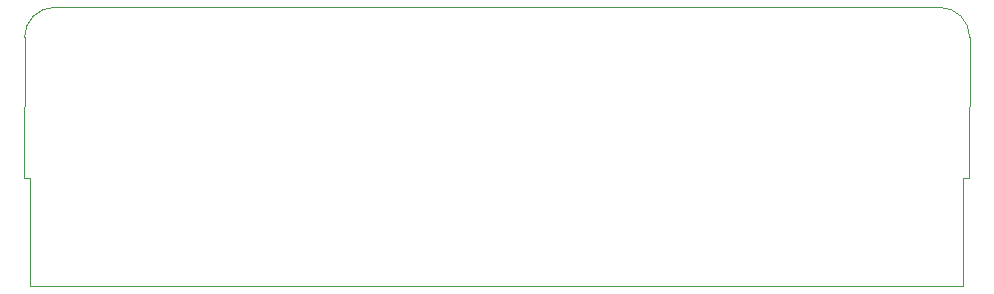
<source format=gbr>
%TF.GenerationSoftware,KiCad,Pcbnew,7.0.3*%
%TF.CreationDate,2023-05-28T21:57:32+08:00*%
%TF.ProjectId,CartdrigeProto,43617274-6472-4696-9765-50726f746f2e,rev?*%
%TF.SameCoordinates,Original*%
%TF.FileFunction,Profile,NP*%
%FSLAX46Y46*%
G04 Gerber Fmt 4.6, Leading zero omitted, Abs format (unit mm)*
G04 Created by KiCad (PCBNEW 7.0.3) date 2023-05-28 21:57:32*
%MOMM*%
%LPD*%
G01*
G04 APERTURE LIST*
%TA.AperFunction,Profile*%
%ADD10C,0.100000*%
%TD*%
%TA.AperFunction,Profile*%
%ADD11C,0.120000*%
%TD*%
G04 APERTURE END LIST*
D10*
X151638000Y-86614000D02*
X151656051Y-74676000D01*
X74186051Y-72136051D02*
G75*
G03*
X71646051Y-74676000I-51J-2539949D01*
G01*
X149116051Y-72136000D02*
X74186051Y-72136000D01*
X151656100Y-74676000D02*
G75*
G03*
X149116051Y-72136000I-2539900J100D01*
G01*
X71646051Y-74676000D02*
X71628000Y-86614000D01*
D11*
%TO.C,J2*%
X71628000Y-86614000D02*
X72136000Y-86614000D01*
X72136000Y-86614000D02*
X72136000Y-95758000D01*
X151130000Y-86614000D02*
X151638000Y-86614000D01*
X151130000Y-95758000D02*
X72136000Y-95758000D01*
X151130000Y-95758000D02*
X151130000Y-86614000D01*
%TD*%
M02*

</source>
